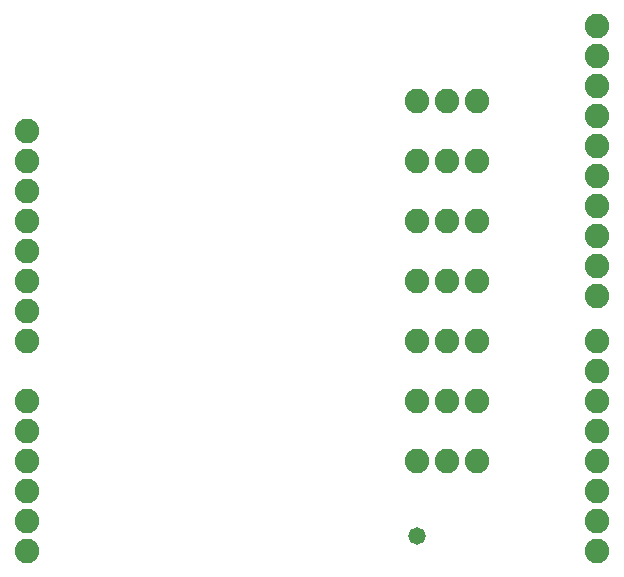
<source format=gbr>
G04 EAGLE Gerber X2 export*
%TF.Part,Single*%
%TF.FileFunction,Soldermask,Bot,1*%
%TF.FilePolarity,Negative*%
%TF.GenerationSoftware,Autodesk,EAGLE,9.1.0*%
%TF.CreationDate,2018-07-29T06:40:26Z*%
G75*
%MOMM*%
%FSLAX34Y34*%
%LPD*%
%AMOC8*
5,1,8,0,0,1.08239X$1,22.5*%
G01*
%ADD10C,2.082800*%
%ADD11C,1.478200*%


D10*
X25400Y330200D03*
X25400Y304800D03*
X25400Y279400D03*
X25400Y254000D03*
X25400Y228600D03*
X25400Y203200D03*
X25400Y152400D03*
X25400Y127000D03*
X25400Y101600D03*
X25400Y76200D03*
X25400Y50800D03*
X25400Y25400D03*
X508000Y25400D03*
X508000Y50800D03*
X508000Y76200D03*
X508000Y101600D03*
X508000Y127000D03*
X508000Y152400D03*
X508000Y177800D03*
X508000Y203200D03*
X508000Y241300D03*
X508000Y266700D03*
X508000Y292100D03*
X508000Y317500D03*
X508000Y342900D03*
X508000Y368300D03*
X508000Y393700D03*
X508000Y419100D03*
X508000Y444500D03*
X508000Y469900D03*
X25400Y355600D03*
X25400Y381000D03*
X406400Y101600D03*
X381000Y101600D03*
X355600Y101600D03*
X406400Y152400D03*
X381000Y152400D03*
X355600Y152400D03*
X406400Y203200D03*
X381000Y203200D03*
X355600Y203200D03*
X406400Y254000D03*
X381000Y254000D03*
X355600Y254000D03*
X406400Y304800D03*
X381000Y304800D03*
X355600Y304800D03*
X406400Y355600D03*
X381000Y355600D03*
X355600Y355600D03*
X406400Y406400D03*
X381000Y406400D03*
X355600Y406400D03*
D11*
X355600Y38100D03*
M02*

</source>
